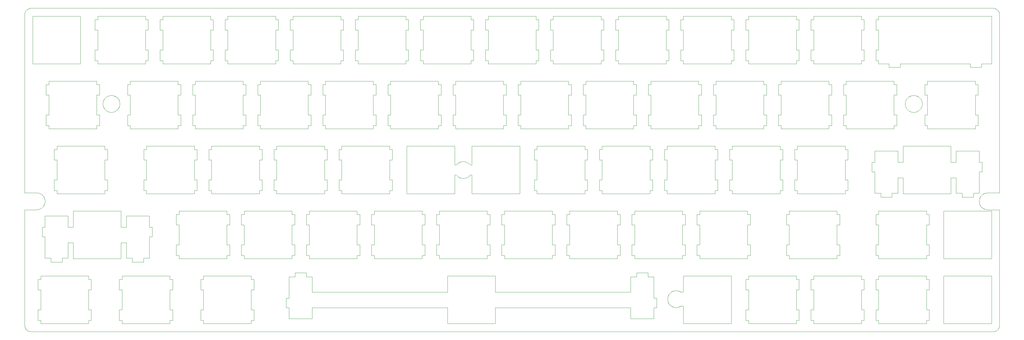
<source format=gm1>
%TF.GenerationSoftware,KiCad,Pcbnew,4.0.6*%
%TF.CreationDate,2017-11-04T14:05:25-07:00*%
%TF.ProjectId,Titan,546974616E2E6B696361645F70636200,rev?*%
%TF.FileFunction,Profile,NP*%
%FSLAX46Y46*%
G04 Gerber Fmt 4.6, Leading zero omitted, Abs format (unit mm)*
G04 Created by KiCad (PCBNEW 4.0.6) date 11/04/17 14:05:25*
%MOMM*%
%LPD*%
G01*
G04 APERTURE LIST*
%ADD10C,0.100000*%
G04 APERTURE END LIST*
D10*
X254635000Y-111125000D02*
X255435000Y-111125000D01*
X254635000Y-108024400D02*
X254635000Y-107023900D01*
X254635000Y-107023900D02*
X240635000Y-107023900D01*
X259685000Y-107023900D02*
X259685000Y-108024400D01*
X255435000Y-108024400D02*
X254635000Y-108024400D01*
X240635000Y-108024400D02*
X239835000Y-108024400D01*
X255435000Y-116925140D02*
X254635000Y-116925140D01*
X259685000Y-108024400D02*
X258885000Y-108024400D01*
X218662000Y-116201700D02*
X219436000Y-116324330D01*
X212904000Y-116324330D02*
X213728000Y-116324330D01*
X112904800Y-111724500D02*
X112904800Y-107255500D01*
X255435000Y-111125000D02*
X255435000Y-108024400D01*
X212904000Y-113524160D02*
X212904000Y-107255500D01*
X235585000Y-121023450D02*
X235585000Y-107023900D01*
X220209000Y-116201700D02*
X220906000Y-115847550D01*
X219436000Y-116324330D02*
X220209000Y-116201700D01*
X239835000Y-111125000D02*
X240635000Y-111125000D01*
X254635000Y-121023450D02*
X254635000Y-120024370D01*
X254635000Y-120024370D02*
X255435000Y-120024370D01*
X240635000Y-121023450D02*
X254635000Y-121023450D01*
X258885000Y-108024400D02*
X258885000Y-111125000D01*
X258885000Y-111125000D02*
X259685000Y-111125000D01*
X152529000Y-107023900D02*
X152529000Y-111724500D01*
X112904800Y-107255500D02*
X111179700Y-107255500D01*
X206154000Y-111724500D02*
X166530000Y-111724500D01*
X213728000Y-116324330D02*
X213728000Y-113524160D01*
X207879000Y-107255500D02*
X206154000Y-107255500D01*
X211180000Y-106053800D02*
X207879000Y-106053800D01*
X111179700Y-106053800D02*
X107879100Y-106053800D01*
X152529000Y-111724500D02*
X112904800Y-111724500D01*
X111179700Y-107255500D02*
X111179700Y-106053800D01*
X166530000Y-111724500D02*
X166530000Y-107023900D01*
X218662000Y-111447500D02*
X217965000Y-111803000D01*
X217059000Y-113052900D02*
X216936000Y-113824580D01*
X216936000Y-113824580D02*
X217059000Y-114597660D01*
X217412000Y-115293550D02*
X217965000Y-115847550D01*
X220906000Y-111803000D02*
X220209000Y-111447500D01*
X212904000Y-119554470D02*
X212904000Y-116324330D01*
X206154000Y-119554470D02*
X212904000Y-119554470D01*
X240635000Y-107023900D02*
X240635000Y-108024400D01*
X219436000Y-111324800D02*
X218662000Y-111447500D01*
X166530000Y-107023900D02*
X152529000Y-107023900D01*
X207879000Y-106053800D02*
X207879000Y-107255500D01*
X217965000Y-115847550D02*
X218662000Y-116201700D01*
X221584000Y-121023450D02*
X235585000Y-121023450D01*
X239835000Y-116925140D02*
X239835000Y-120024370D01*
X211180000Y-107255500D02*
X211180000Y-106053800D01*
X206154000Y-107255500D02*
X206154000Y-111724500D01*
X212904000Y-107255500D02*
X211180000Y-107255500D01*
X217059000Y-114597660D02*
X217412000Y-115293550D01*
X240635000Y-116925140D02*
X239835000Y-116925140D01*
X240635000Y-120024370D02*
X240635000Y-121023450D01*
X213728000Y-113524160D02*
X212904000Y-113524160D01*
X255435000Y-120024370D02*
X255435000Y-116925140D01*
X254635000Y-116925140D02*
X254635000Y-111125000D01*
X217965000Y-111803000D02*
X217412000Y-112355600D01*
X235585000Y-107023900D02*
X221584000Y-107023900D01*
X239835000Y-108024400D02*
X239835000Y-111125000D01*
X220209000Y-111447500D02*
X219436000Y-111324800D01*
X206154000Y-116324330D02*
X206154000Y-119554470D01*
X217412000Y-112355600D02*
X217059000Y-113052900D01*
X240635000Y-111125000D02*
X240635000Y-116925140D01*
X239835000Y-120024370D02*
X240635000Y-120024370D01*
X297784000Y-107023900D02*
X311785000Y-107023900D01*
X258885000Y-120024370D02*
X259685000Y-120024370D01*
X292735000Y-111125000D02*
X293534000Y-111125000D01*
X277935000Y-111125000D02*
X278734000Y-111125000D01*
X293534000Y-111125000D02*
X293534000Y-108024400D01*
X292735000Y-120024370D02*
X293534000Y-120024370D01*
X33890940Y-95473200D02*
X34716370Y-95473200D01*
X273685000Y-116925140D02*
X273685000Y-111125000D01*
X34716370Y-95473200D02*
X34716370Y-101743300D01*
X41466000Y-97274300D02*
X42990100Y-97274300D01*
X258885000Y-116925140D02*
X258885000Y-120024370D01*
X293534000Y-120024370D02*
X293534000Y-116925140D01*
X42990100Y-97274300D02*
X42990100Y-101973400D01*
X42990100Y-101973400D02*
X56989600Y-101973400D01*
X58516400Y-97274300D02*
X58516400Y-101743300D01*
X58516400Y-101743300D02*
X60240400Y-101743300D01*
X278734000Y-116925140D02*
X277935000Y-116925140D01*
X60240400Y-101743300D02*
X60240400Y-102943600D01*
X60240400Y-102943600D02*
X63540800Y-102943600D01*
X292735000Y-121023450D02*
X292735000Y-120024370D01*
X274484000Y-120024370D02*
X274484000Y-116925140D01*
X42990100Y-87974000D02*
X42990100Y-92674500D01*
X278734000Y-107023900D02*
X278734000Y-108024400D01*
X42990100Y-92674500D02*
X41466000Y-92674500D01*
X274484000Y-108024400D02*
X273685000Y-108024400D01*
X278734000Y-121023450D02*
X292735000Y-121023450D01*
X39740700Y-102943600D02*
X39740700Y-101743300D01*
X56989600Y-97274300D02*
X58516400Y-97274300D01*
X273685000Y-120024370D02*
X274484000Y-120024370D01*
X41466000Y-92674500D02*
X41466000Y-89444300D01*
X34716370Y-89444300D02*
X34716370Y-92674500D01*
X278734000Y-108024400D02*
X277935000Y-108024400D01*
X293534000Y-116925140D02*
X292735000Y-116925140D01*
X36441660Y-101743300D02*
X36441660Y-102943600D01*
X41466000Y-101743300D02*
X41466000Y-97274300D01*
X273685000Y-108024400D02*
X273685000Y-107023900D01*
X311785000Y-121023450D02*
X297784000Y-121023450D01*
X41466000Y-89444300D02*
X34716370Y-89444300D01*
X34716370Y-92674500D02*
X33890940Y-92674500D01*
X273685000Y-107023900D02*
X259685000Y-107023900D01*
X33890940Y-92674500D02*
X33890940Y-95473200D01*
X259685000Y-120024370D02*
X259685000Y-121023450D01*
X274484000Y-111125000D02*
X274484000Y-108024400D01*
X292735000Y-116925140D02*
X292735000Y-111125000D01*
X36441660Y-102943600D02*
X39740700Y-102943600D01*
X292735000Y-108024400D02*
X292735000Y-107023900D01*
X292735000Y-107023900D02*
X278734000Y-107023900D01*
X274484000Y-116925140D02*
X273685000Y-116925140D01*
X273685000Y-111125000D02*
X274484000Y-111125000D01*
X293534000Y-108024400D02*
X292735000Y-108024400D01*
X311785000Y-107023900D02*
X311785000Y-121023450D01*
X34716370Y-101743300D02*
X36441660Y-101743300D01*
X39740700Y-101743300D02*
X41466000Y-101743300D01*
X277935000Y-108024400D02*
X277935000Y-111125000D01*
X56989600Y-101973400D02*
X56989600Y-97274300D01*
X273685000Y-121023450D02*
X273685000Y-120024370D01*
X259685000Y-111125000D02*
X259685000Y-116925140D01*
X259685000Y-121023450D02*
X273685000Y-121023450D01*
X277935000Y-120024370D02*
X278734000Y-120024370D01*
X278734000Y-111125000D02*
X278734000Y-116925140D01*
X259685000Y-116925140D02*
X258885000Y-116925140D01*
X297784000Y-121023450D02*
X297784000Y-107023900D01*
X277935000Y-116925140D02*
X277935000Y-120024370D01*
X278734000Y-120024370D02*
X278734000Y-121023450D01*
X92198500Y-97875100D02*
X92198500Y-100974400D01*
X73947900Y-92073600D02*
X73947900Y-97875100D01*
X87948600Y-97875100D02*
X87948600Y-92073600D01*
X92997900Y-88974400D02*
X92198500Y-88974400D01*
X92198500Y-100974400D02*
X92997900Y-100974400D01*
X63540800Y-101743300D02*
X65266000Y-101743300D01*
X92997900Y-92073600D02*
X92997900Y-97875100D01*
X73147100Y-92073600D02*
X73947900Y-92073600D01*
X92997900Y-101973400D02*
X106998600Y-101973400D01*
X88748000Y-100974400D02*
X88748000Y-97875100D01*
X106998600Y-101973400D02*
X106998600Y-100974400D01*
X73947900Y-87974000D02*
X73947900Y-88974400D01*
X73147100Y-100974400D02*
X73947900Y-100974400D01*
X107798000Y-100974400D02*
X107798000Y-97875100D01*
X107798000Y-97875100D02*
X106998600Y-97875100D01*
X58516400Y-92674500D02*
X56989600Y-92674500D01*
X106998600Y-97875100D02*
X106998600Y-92073600D01*
X73947900Y-97875100D02*
X73147100Y-97875100D01*
X73947900Y-88974400D02*
X73147100Y-88974400D01*
X107798000Y-88974400D02*
X106998600Y-88974400D01*
X65266000Y-101743300D02*
X65266000Y-95473200D01*
X73947900Y-100974400D02*
X73947900Y-101973400D01*
X92198500Y-88974400D02*
X92198500Y-92073600D01*
X107798000Y-92073600D02*
X107798000Y-88974400D01*
X112047900Y-88974400D02*
X111248500Y-88974400D01*
X56989600Y-92674500D02*
X56989600Y-87974000D01*
X111248500Y-88974400D02*
X111248500Y-92073600D01*
X73947900Y-101973400D02*
X87948600Y-101973400D01*
X111248500Y-92073600D02*
X112047900Y-92073600D01*
X112047900Y-92073600D02*
X112047900Y-97875100D01*
X87948600Y-100974400D02*
X88748000Y-100974400D01*
X112047900Y-97875100D02*
X111248500Y-97875100D01*
X63540800Y-102943600D02*
X63540800Y-101743300D01*
X111248500Y-97875100D02*
X111248500Y-100974400D01*
X56989600Y-87974000D02*
X42990100Y-87974000D01*
X111248500Y-100974400D02*
X112047900Y-100974400D01*
X112047900Y-100974400D02*
X112047900Y-101973400D01*
X112047900Y-101973400D02*
X126048600Y-101973400D01*
X126048600Y-101973400D02*
X126048600Y-100974400D01*
X65266000Y-95473200D02*
X66091500Y-95473200D01*
X65266000Y-92674500D02*
X65266000Y-89444300D01*
X66091500Y-92674500D02*
X65266000Y-92674500D01*
X73147100Y-88974400D02*
X73147100Y-92073600D01*
X87948600Y-101973400D02*
X87948600Y-100974400D01*
X92198500Y-92073600D02*
X92997900Y-92073600D01*
X88748000Y-92073600D02*
X88748000Y-88974400D01*
X92997900Y-100974400D02*
X92997900Y-101973400D01*
X66091500Y-95473200D02*
X66091500Y-92674500D01*
X87948600Y-92073600D02*
X88748000Y-92073600D01*
X106998600Y-92073600D02*
X107798000Y-92073600D01*
X106998600Y-88974400D02*
X106998600Y-87974000D01*
X87948600Y-88974400D02*
X87948600Y-87974000D01*
X73147100Y-97875100D02*
X73147100Y-100974400D01*
X106998600Y-87974000D02*
X92997900Y-87974000D01*
X112047900Y-87974000D02*
X112047900Y-88974400D01*
X106998600Y-100974400D02*
X107798000Y-100974400D01*
X88748000Y-97875100D02*
X87948600Y-97875100D01*
X87948600Y-87974000D02*
X73947900Y-87974000D01*
X88748000Y-88974400D02*
X87948600Y-88974400D01*
X58516400Y-89444300D02*
X58516400Y-92674500D01*
X92997900Y-87974000D02*
X92997900Y-88974400D01*
X92997900Y-97875100D02*
X92198500Y-97875100D01*
X65266000Y-89444300D02*
X58516400Y-89444300D01*
X183197000Y-88974400D02*
X183197000Y-87974000D01*
X183197000Y-87974000D02*
X169198000Y-87974000D01*
X207298000Y-101973400D02*
X221299000Y-101973400D01*
X202249000Y-100974400D02*
X203048000Y-100974400D01*
X188248000Y-97875100D02*
X187447000Y-97875100D01*
X203048000Y-88974400D02*
X202249000Y-88974400D01*
X207298000Y-87974000D02*
X207298000Y-88974400D01*
X221299000Y-100974400D02*
X222098000Y-100974400D01*
X222098000Y-100974400D02*
X222098000Y-97875100D01*
X222098000Y-88974400D02*
X221299000Y-88974400D01*
X188248000Y-87974000D02*
X188248000Y-88974400D01*
X221299000Y-88974400D02*
X221299000Y-87974000D01*
X226348000Y-88974400D02*
X225549000Y-88974400D01*
X226348000Y-92073600D02*
X226348000Y-97875100D01*
X202249000Y-92073600D02*
X203048000Y-92073600D01*
X187447000Y-97875100D02*
X187447000Y-100974400D01*
X203048000Y-92073600D02*
X203048000Y-88974400D01*
X202249000Y-88974400D02*
X202249000Y-87974000D01*
X202249000Y-97875100D02*
X202249000Y-92073600D01*
X203048000Y-100974400D02*
X203048000Y-97875100D01*
X183998000Y-88974400D02*
X183197000Y-88974400D01*
X207298000Y-92073600D02*
X207298000Y-97875100D01*
X206499000Y-100974400D02*
X207298000Y-100974400D01*
X225549000Y-97875100D02*
X225549000Y-100974400D01*
X203048000Y-97875100D02*
X202249000Y-97875100D01*
X207298000Y-97875100D02*
X206499000Y-97875100D01*
X226348000Y-101973400D02*
X240347000Y-101973400D01*
X240347000Y-100974400D02*
X241148000Y-100974400D01*
X241148000Y-100974400D02*
X241148000Y-97875100D01*
X241148000Y-97875100D02*
X240347000Y-97875100D01*
X240347000Y-97875100D02*
X240347000Y-92073600D01*
X202249000Y-87974000D02*
X188248000Y-87974000D01*
X221299000Y-87974000D02*
X207298000Y-87974000D01*
X183197000Y-92073600D02*
X183998000Y-92073600D01*
X206499000Y-97875100D02*
X206499000Y-100974400D01*
X222098000Y-97875100D02*
X221299000Y-97875100D01*
X207298000Y-100974400D02*
X207298000Y-101973400D01*
X202249000Y-101973400D02*
X202249000Y-100974400D01*
X188248000Y-100974400D02*
X188248000Y-101973400D01*
X188248000Y-92073600D02*
X188248000Y-97875100D01*
X207298000Y-88974400D02*
X206499000Y-88974400D01*
X206499000Y-92073600D02*
X207298000Y-92073600D01*
X221299000Y-101973400D02*
X221299000Y-100974400D01*
X221299000Y-97875100D02*
X221299000Y-92073600D01*
X226348000Y-97875100D02*
X225549000Y-97875100D01*
X221299000Y-92073600D02*
X222098000Y-92073600D01*
X226348000Y-100974400D02*
X226348000Y-101973400D01*
X240347000Y-101973400D02*
X240347000Y-100974400D01*
X241148000Y-88974400D02*
X240347000Y-88974400D01*
X188248000Y-88974400D02*
X187447000Y-88974400D01*
X206499000Y-88974400D02*
X206499000Y-92073600D01*
X183998000Y-92073600D02*
X183998000Y-88974400D01*
X188248000Y-101973400D02*
X202249000Y-101973400D01*
X222098000Y-92073600D02*
X222098000Y-88974400D01*
X187447000Y-88974400D02*
X187447000Y-92073600D01*
X225549000Y-100974400D02*
X226348000Y-100974400D01*
X183197000Y-97875100D02*
X183197000Y-92073600D01*
X226348000Y-87974000D02*
X226348000Y-88974400D01*
X240347000Y-92073600D02*
X241148000Y-92073600D01*
X187447000Y-92073600D02*
X188248000Y-92073600D01*
X187447000Y-100974400D02*
X188248000Y-100974400D01*
X225549000Y-88974400D02*
X225549000Y-92073600D01*
X241148000Y-92073600D02*
X241148000Y-88974400D01*
X225549000Y-92073600D02*
X226348000Y-92073600D01*
X149347000Y-97875100D02*
X149347000Y-100974400D01*
X149347000Y-100974400D02*
X150148000Y-100974400D01*
X150148000Y-87974000D02*
X150148000Y-88974400D01*
X149347000Y-92073600D02*
X150148000Y-92073600D01*
X145097000Y-87974000D02*
X131098000Y-87974000D01*
X168399000Y-100974400D02*
X169198000Y-100974400D01*
X131098000Y-97875100D02*
X130299000Y-97875100D01*
X126048600Y-100974400D02*
X126848000Y-100974400D01*
X130299000Y-100974400D02*
X131098000Y-100974400D01*
X145097000Y-88974400D02*
X145097000Y-87974000D01*
X164149000Y-101973400D02*
X164149000Y-100974400D01*
X168399000Y-92073600D02*
X169198000Y-92073600D01*
X169198000Y-100974400D02*
X169198000Y-101973400D01*
X131098000Y-88974400D02*
X130299000Y-88974400D01*
X126848000Y-97875100D02*
X126048600Y-97875100D01*
X126848000Y-92073600D02*
X126848000Y-88974400D01*
X145898000Y-88974400D02*
X145097000Y-88974400D01*
X164948000Y-100974400D02*
X164948000Y-97875100D01*
X164149000Y-100974400D02*
X164948000Y-100974400D01*
X126848000Y-100974400D02*
X126848000Y-97875100D01*
X164948000Y-92073600D02*
X164948000Y-88974400D01*
X169198000Y-92073600D02*
X169198000Y-97875100D01*
X126048600Y-97875100D02*
X126048600Y-92073600D01*
X169198000Y-97875100D02*
X168399000Y-97875100D01*
X183197000Y-101973400D02*
X183197000Y-100974400D01*
X130299000Y-92073600D02*
X131098000Y-92073600D01*
X150148000Y-88974400D02*
X149347000Y-88974400D01*
X164149000Y-87974000D02*
X150148000Y-87974000D01*
X168399000Y-88974400D02*
X168399000Y-92073600D01*
X126848000Y-88974400D02*
X126048600Y-88974400D01*
X169198000Y-101973400D02*
X183197000Y-101973400D01*
X183197000Y-100974400D02*
X183998000Y-100974400D01*
X126048600Y-92073600D02*
X126848000Y-92073600D01*
X145097000Y-97875100D02*
X145097000Y-92073600D01*
X183998000Y-97875100D02*
X183197000Y-97875100D01*
X131098000Y-101973400D02*
X145097000Y-101973400D01*
X150148000Y-92073600D02*
X150148000Y-97875100D01*
X164149000Y-88974400D02*
X164149000Y-87974000D01*
X164149000Y-97875100D02*
X164149000Y-92073600D01*
X183998000Y-100974400D02*
X183998000Y-97875100D01*
X126048600Y-88974400D02*
X126048600Y-87974000D01*
X131098000Y-100974400D02*
X131098000Y-101973400D01*
X130299000Y-88974400D02*
X130299000Y-92073600D01*
X150148000Y-97875100D02*
X149347000Y-97875100D01*
X145097000Y-101973400D02*
X145097000Y-100974400D01*
X126048600Y-87974000D02*
X112047900Y-87974000D01*
X145097000Y-100974400D02*
X145898000Y-100974400D01*
X131098000Y-87974000D02*
X131098000Y-88974400D01*
X145097000Y-92073600D02*
X145898000Y-92073600D01*
X149347000Y-88974400D02*
X149347000Y-92073600D01*
X150148000Y-101973400D02*
X164149000Y-101973400D01*
X164948000Y-97875100D02*
X164149000Y-97875100D01*
X145898000Y-100974400D02*
X145898000Y-97875100D01*
X131098000Y-92073600D02*
X131098000Y-97875100D01*
X164149000Y-92073600D02*
X164948000Y-92073600D01*
X169198000Y-87974000D02*
X169198000Y-88974400D01*
X169198000Y-88974400D02*
X168399000Y-88974400D01*
X145898000Y-92073600D02*
X145898000Y-88974400D01*
X130299000Y-97875100D02*
X130299000Y-100974400D01*
X168399000Y-97875100D02*
X168399000Y-100974400D01*
X150148000Y-100974400D02*
X150148000Y-101973400D01*
X164948000Y-88974400D02*
X164149000Y-88974400D01*
X145898000Y-97875100D02*
X145097000Y-97875100D01*
X250160000Y-62874200D02*
X250160000Y-63873600D01*
X264160000Y-59773600D02*
X264160000Y-53973600D01*
X249360000Y-53973600D02*
X250160000Y-53973600D01*
X264959000Y-53973600D02*
X264959000Y-50874500D01*
X245110000Y-53973600D02*
X245910000Y-53973600D01*
X250160000Y-49874000D02*
X250160000Y-50874500D01*
X264959000Y-50874500D02*
X264160000Y-50874500D01*
X264160000Y-50874500D02*
X264160000Y-49874000D01*
X268410000Y-62874200D02*
X269209000Y-62874200D01*
X269209000Y-63873600D02*
X283210000Y-63873600D01*
X284009000Y-62874200D02*
X284009000Y-59773600D01*
X269209000Y-49874000D02*
X269209000Y-50874500D01*
X269209000Y-50874500D02*
X268410000Y-50874500D01*
X283210000Y-53973600D02*
X284009000Y-53973600D01*
X245110000Y-59773600D02*
X245110000Y-53973600D01*
X245910000Y-53973600D02*
X245910000Y-50874500D01*
X250160000Y-63873600D02*
X264160000Y-63873600D01*
X284009000Y-53973600D02*
X284009000Y-50874500D01*
X264959000Y-62874200D02*
X264959000Y-59773600D01*
X264160000Y-49874000D02*
X250160000Y-49874000D01*
X249360000Y-62874200D02*
X250160000Y-62874200D01*
X250160000Y-50874500D02*
X249360000Y-50874500D01*
X245110000Y-49874000D02*
X231109000Y-49874000D01*
X268410000Y-53973600D02*
X269209000Y-53973600D01*
X283210000Y-63873600D02*
X283210000Y-62874200D01*
X245910000Y-59773600D02*
X245110000Y-59773600D01*
X264160000Y-62874200D02*
X264959000Y-62874200D01*
X268410000Y-50874500D02*
X268410000Y-53973600D01*
X283210000Y-59773600D02*
X283210000Y-53973600D01*
X283210000Y-50874500D02*
X283210000Y-49874000D01*
X293023000Y-49874000D02*
X293023000Y-50874500D01*
X245910000Y-62874200D02*
X245910000Y-59773600D01*
X245110000Y-50874500D02*
X245110000Y-49874000D01*
X264160000Y-63873600D02*
X264160000Y-62874200D01*
X250160000Y-53973600D02*
X250160000Y-59773600D01*
X284009000Y-59773600D02*
X283210000Y-59773600D01*
X283210000Y-49874000D02*
X269209000Y-49874000D01*
X245110000Y-62874200D02*
X245910000Y-62874200D01*
X293023000Y-50874500D02*
X292222000Y-50874500D01*
X292222000Y-50874500D02*
X292222000Y-53973600D01*
X292222000Y-53973600D02*
X293023000Y-53973600D01*
X293023000Y-53973600D02*
X293023000Y-59773600D01*
X245910000Y-50874500D02*
X245110000Y-50874500D01*
X283210000Y-62874200D02*
X284009000Y-62874200D01*
X293023000Y-59773600D02*
X292222000Y-59773600D01*
X269209000Y-53973600D02*
X269209000Y-59773600D01*
X269209000Y-59773600D02*
X268410000Y-59773600D01*
X249360000Y-50874500D02*
X249360000Y-53973600D01*
X284009000Y-50874500D02*
X283210000Y-50874500D01*
X292222000Y-59773600D02*
X292222000Y-62874200D01*
X293023000Y-62874200D02*
X293023000Y-63873600D01*
X293023000Y-63873600D02*
X307022000Y-63873600D01*
X292222000Y-62874200D02*
X293023000Y-62874200D01*
X269209000Y-62874200D02*
X269209000Y-63873600D01*
X264959000Y-59773600D02*
X264160000Y-59773600D01*
X307022000Y-63873600D02*
X307022000Y-62874200D01*
X268410000Y-59773600D02*
X268410000Y-62874200D01*
X307022000Y-62874200D02*
X307823000Y-62874200D01*
X250160000Y-59773600D02*
X249360000Y-59773600D01*
X231109000Y-63873600D02*
X245110000Y-63873600D01*
X245110000Y-63873600D02*
X245110000Y-62874200D01*
X307823000Y-62874200D02*
X307823000Y-59773600D01*
X249360000Y-59773600D02*
X249360000Y-62874200D01*
X264160000Y-53973600D02*
X264959000Y-53973600D01*
X56512800Y-55751300D02*
X56155900Y-55055200D01*
X286607000Y-57297500D02*
X286962000Y-57993500D01*
X278734000Y-31824500D02*
X277935000Y-31824500D01*
X278734000Y-40723600D02*
X277935000Y-40723600D01*
X277935000Y-40723600D02*
X277935000Y-43824200D01*
X281709000Y-44823600D02*
X281709000Y-45793800D01*
X281709000Y-45793800D02*
X285010000Y-45793800D01*
X285010000Y-44823600D02*
X305509000Y-44823600D01*
X51758600Y-55751300D02*
X51635900Y-56525600D01*
X307022000Y-53973600D02*
X307823000Y-53973600D01*
X286485000Y-56525600D02*
X286607000Y-57297500D01*
X290454000Y-54501400D02*
X289757000Y-54147200D01*
X56512800Y-57297500D02*
X56635400Y-56525600D01*
X307823000Y-59773600D02*
X307022000Y-59773600D01*
X287515000Y-54501400D02*
X286962000Y-55055200D01*
X286962000Y-57993500D02*
X287515000Y-58547400D01*
X290454000Y-58547400D02*
X291007000Y-57993500D01*
X286962000Y-55055200D02*
X286607000Y-55751300D01*
X291362000Y-57297500D02*
X291485000Y-56525600D01*
X277935000Y-43824200D02*
X278734000Y-43824200D01*
X287515000Y-58547400D02*
X288212000Y-58901600D01*
X52666700Y-54501400D02*
X52112700Y-55055200D01*
X56155900Y-55055200D02*
X55604700Y-54501400D01*
X285010000Y-45793800D02*
X285010000Y-44823600D01*
X54135700Y-54024800D02*
X53362600Y-54147200D01*
X291362000Y-55751300D02*
X291007000Y-55055200D01*
X291007000Y-55055200D02*
X290454000Y-54501400D01*
X305509000Y-44823600D02*
X305509000Y-45793800D01*
X307823000Y-50874500D02*
X307022000Y-50874500D01*
X288985000Y-54024800D02*
X288212000Y-54147200D01*
X277935000Y-34923600D02*
X278734000Y-34923600D01*
X278734000Y-44823600D02*
X281709000Y-44823600D01*
X278734000Y-43824200D02*
X278734000Y-44823600D01*
X289757000Y-54147200D02*
X288985000Y-54024800D01*
X51758600Y-57297500D02*
X52112700Y-57993500D01*
X52666700Y-58547400D02*
X53362600Y-58901600D01*
X288985000Y-59025400D02*
X289757000Y-58901600D01*
X307823000Y-53973600D02*
X307823000Y-50874500D01*
X277935000Y-31824500D02*
X277935000Y-34923600D01*
X305509000Y-45793800D02*
X308810000Y-45793800D01*
X308810000Y-45793800D02*
X308810000Y-44823600D01*
X278734000Y-30824000D02*
X278734000Y-31824500D01*
X307022000Y-50874500D02*
X307022000Y-49874000D01*
X291485000Y-56525600D02*
X291362000Y-55751300D01*
X307022000Y-59773600D02*
X307022000Y-53973600D01*
X55604700Y-54501400D02*
X54908800Y-54147200D01*
X56155900Y-57993500D02*
X56512800Y-57297500D01*
X56635400Y-56525600D02*
X56512800Y-55751300D01*
X278734000Y-34923600D02*
X278734000Y-40723600D01*
X52112700Y-55055200D02*
X51758600Y-55751300D01*
X54908800Y-54147200D02*
X54135700Y-54024800D01*
X289757000Y-58901600D02*
X290454000Y-58547400D01*
X288212000Y-58901600D02*
X288985000Y-59025400D01*
X53362600Y-54147200D02*
X52666700Y-54501400D01*
X52112700Y-57993500D02*
X52666700Y-58547400D01*
X54135700Y-59025400D02*
X54908800Y-58901600D01*
X54908800Y-58901600D02*
X55604700Y-58547400D01*
X307022000Y-49874000D02*
X293023000Y-49874000D01*
X288212000Y-54147200D02*
X287515000Y-54501400D01*
X286607000Y-55751300D02*
X286485000Y-56525600D01*
X51635900Y-56525600D02*
X51758600Y-57297500D01*
X291007000Y-57993500D02*
X291362000Y-57297500D01*
X53362600Y-58901600D02*
X54135700Y-59025400D01*
X55604700Y-58547400D02*
X56155900Y-57993500D01*
X64134700Y-43824200D02*
X64935500Y-43824200D01*
X87434600Y-40723600D02*
X87434600Y-43824200D01*
X88234000Y-43824200D02*
X88234000Y-44823600D01*
X50135200Y-44823600D02*
X64134700Y-44823600D01*
X69185400Y-30824000D02*
X69185400Y-31824500D01*
X308810000Y-44823600D02*
X311785000Y-44823600D01*
X69185400Y-44823600D02*
X83184700Y-44823600D01*
X83184700Y-43824200D02*
X83984100Y-43824200D01*
X50135200Y-40723600D02*
X49334600Y-40723600D01*
X31085240Y-44823600D02*
X31085240Y-30824000D01*
X64935500Y-40723600D02*
X64134700Y-40723600D01*
X49334600Y-40723600D02*
X49334600Y-43824200D01*
X64134700Y-44823600D02*
X64134700Y-43824200D01*
X83184700Y-44823600D02*
X83184700Y-43824200D01*
X83184700Y-34923600D02*
X83984100Y-34923600D01*
X87434600Y-34923600D02*
X88234000Y-34923600D01*
X88234000Y-40723600D02*
X87434600Y-40723600D01*
X102234700Y-44823600D02*
X102234700Y-43824200D01*
X103035500Y-43824200D02*
X103035500Y-40723600D01*
X64935500Y-34923600D02*
X64935500Y-31824500D01*
X103035500Y-40723600D02*
X102234700Y-40723600D01*
X64134700Y-30824000D02*
X50135200Y-30824000D01*
X83184700Y-40723600D02*
X83184700Y-34923600D01*
X102234700Y-40723600D02*
X102234700Y-34923600D01*
X88234000Y-44823600D02*
X102234700Y-44823600D01*
X102234700Y-34923600D02*
X103035500Y-34923600D01*
X68384600Y-31824500D02*
X68384600Y-34923600D01*
X69185400Y-34923600D02*
X69185400Y-40723600D01*
X83184700Y-30824000D02*
X69185400Y-30824000D01*
X49334600Y-34923600D02*
X50135200Y-34923600D01*
X64134700Y-31824500D02*
X64134700Y-30824000D01*
X68384600Y-34923600D02*
X69185400Y-34923600D01*
X88234000Y-30824000D02*
X88234000Y-31824500D01*
X88234000Y-34923600D02*
X88234000Y-40723600D01*
X311785000Y-44823600D02*
X311785000Y-30824000D01*
X102234700Y-43824200D02*
X103035500Y-43824200D01*
X103035500Y-34923600D02*
X103035500Y-31824500D01*
X31085240Y-30824000D02*
X45084700Y-30824000D01*
X68384600Y-43824200D02*
X69185400Y-43824200D01*
X64134700Y-34923600D02*
X64935500Y-34923600D01*
X83184700Y-31824500D02*
X83184700Y-30824000D01*
X45084700Y-44823600D02*
X31085240Y-44823600D01*
X50135200Y-43824200D02*
X50135200Y-44823600D01*
X49334600Y-31824500D02*
X49334600Y-34923600D01*
X49334600Y-43824200D02*
X50135200Y-43824200D01*
X83984100Y-40723600D02*
X83184700Y-40723600D01*
X88234000Y-31824500D02*
X87434600Y-31824500D01*
X69185400Y-31824500D02*
X68384600Y-31824500D01*
X69185400Y-43824200D02*
X69185400Y-44823600D01*
X69185400Y-40723600D02*
X68384600Y-40723600D01*
X87434600Y-31824500D02*
X87434600Y-34923600D01*
X64134700Y-40723600D02*
X64134700Y-34923600D01*
X87434600Y-43824200D02*
X88234000Y-43824200D01*
X50135200Y-31824500D02*
X49334600Y-31824500D01*
X64935500Y-31824500D02*
X64134700Y-31824500D01*
X45084700Y-30824000D02*
X45084700Y-44823600D01*
X311785000Y-30824000D02*
X278734000Y-30824000D01*
X50135200Y-30824000D02*
X50135200Y-31824500D01*
X68384600Y-40723600D02*
X68384600Y-43824200D01*
X64935500Y-43824200D02*
X64935500Y-40723600D01*
X83984100Y-43824200D02*
X83984100Y-40723600D01*
X83984100Y-31824500D02*
X83184700Y-31824500D01*
X83984100Y-34923600D02*
X83984100Y-31824500D01*
X50135200Y-34923600D02*
X50135200Y-40723600D01*
X141135000Y-34923600D02*
X141135000Y-31824500D01*
X107285400Y-31824500D02*
X106484600Y-31824500D01*
X126335400Y-44823600D02*
X140335000Y-44823600D01*
X145385000Y-30824000D02*
X145385000Y-31824500D01*
X159385000Y-40723600D02*
X159385000Y-34923600D01*
X159385000Y-44823600D02*
X159385000Y-43824200D01*
X159385000Y-34923600D02*
X160185000Y-34923600D01*
X122085500Y-43824200D02*
X122085500Y-40723600D01*
X145385000Y-31824500D02*
X144585000Y-31824500D01*
X160185000Y-31824500D02*
X159385000Y-31824500D01*
X140335000Y-30824000D02*
X126335400Y-30824000D01*
X159385000Y-31824500D02*
X159385000Y-30824000D01*
X121284700Y-31824500D02*
X121284700Y-30824000D01*
X126335400Y-40723600D02*
X125534600Y-40723600D01*
X121284700Y-44823600D02*
X121284700Y-43824200D01*
X160185000Y-34923600D02*
X160185000Y-31824500D01*
X122085500Y-34923600D02*
X122085500Y-31824500D01*
X159385000Y-30824000D02*
X145385000Y-30824000D01*
X106484600Y-34923600D02*
X107285400Y-34923600D01*
X103035500Y-31824500D02*
X102234700Y-31824500D01*
X107285400Y-40723600D02*
X106484600Y-40723600D01*
X126335400Y-34923600D02*
X126335400Y-40723600D01*
X144585000Y-34923600D02*
X145385000Y-34923600D01*
X145385000Y-34923600D02*
X145385000Y-40723600D01*
X159385000Y-43824200D02*
X160185000Y-43824200D01*
X125534600Y-40723600D02*
X125534600Y-43824200D01*
X140335000Y-43824200D02*
X141135000Y-43824200D01*
X122085500Y-31824500D02*
X121284700Y-31824500D01*
X121284700Y-43824200D02*
X122085500Y-43824200D01*
X126335400Y-30824000D02*
X126335400Y-31824500D01*
X107285400Y-30824000D02*
X107285400Y-31824500D01*
X121284700Y-40723600D02*
X121284700Y-34923600D01*
X121284700Y-30824000D02*
X107285400Y-30824000D01*
X125534600Y-34923600D02*
X126335400Y-34923600D01*
X140335000Y-44823600D02*
X140335000Y-43824200D01*
X141135000Y-40723600D02*
X140335000Y-40723600D01*
X144585000Y-31824500D02*
X144585000Y-34923600D01*
X144585000Y-40723600D02*
X144585000Y-43824200D01*
X145385000Y-44823600D02*
X159385000Y-44823600D01*
X121284700Y-34923600D02*
X122085500Y-34923600D01*
X126335400Y-31824500D02*
X125534600Y-31824500D01*
X102234700Y-30824000D02*
X88234000Y-30824000D01*
X106484600Y-40723600D02*
X106484600Y-43824200D01*
X125534600Y-31824500D02*
X125534600Y-34923600D01*
X107285400Y-43824200D02*
X107285400Y-44823600D01*
X125534600Y-43824200D02*
X126335400Y-43824200D01*
X107285400Y-34923600D02*
X107285400Y-40723600D01*
X106484600Y-43824200D02*
X107285400Y-43824200D01*
X126335400Y-43824200D02*
X126335400Y-44823600D01*
X141135000Y-43824200D02*
X141135000Y-40723600D01*
X107285400Y-44823600D02*
X121284700Y-44823600D01*
X140335000Y-34923600D02*
X141135000Y-34923600D01*
X140335000Y-31824500D02*
X140335000Y-30824000D01*
X145385000Y-43824200D02*
X145385000Y-44823600D01*
X145385000Y-40723600D02*
X144585000Y-40723600D01*
X160185000Y-43824200D02*
X160185000Y-40723600D01*
X160185000Y-40723600D02*
X159385000Y-40723600D01*
X141135000Y-31824500D02*
X140335000Y-31824500D01*
X102234700Y-31824500D02*
X102234700Y-30824000D01*
X144585000Y-43824200D02*
X145385000Y-43824200D01*
X140335000Y-40723600D02*
X140335000Y-34923600D01*
X106484600Y-31824500D02*
X106484600Y-34923600D01*
X122085500Y-40723600D02*
X121284700Y-40723600D01*
X313422000Y-28941600D02*
X313538000Y-29046300D01*
X312279000Y-28467400D02*
X312435000Y-28485400D01*
X314118000Y-121544340D02*
X314099000Y-121700060D01*
X313743000Y-122562714D02*
X313644000Y-122686736D01*
X313644000Y-29163500D02*
X313743000Y-29286200D01*
X313538000Y-29046300D02*
X313644000Y-29163500D01*
X314123000Y-82624500D02*
X310622000Y-82624500D01*
X309153000Y-83101100D02*
X308600000Y-83655300D01*
X308246000Y-85897200D02*
X308600000Y-86594600D01*
X308600000Y-86594600D02*
X309153000Y-87148500D01*
X310622000Y-82624500D02*
X309849000Y-82747200D01*
X309153000Y-87148500D02*
X309849000Y-87502700D01*
X309849000Y-87502700D02*
X310622000Y-87625400D01*
X314026000Y-122005990D02*
X313970000Y-122153440D01*
X313828000Y-122431800D02*
X313743000Y-122562714D01*
X313970000Y-122153440D02*
X313906000Y-122295370D01*
X313422000Y-122907222D02*
X313298000Y-123006441D01*
X313167000Y-123093260D02*
X313030000Y-123170429D01*
X312742000Y-28558400D02*
X312889000Y-28613500D01*
X313030000Y-123170429D02*
X312889000Y-123235197D01*
X313906000Y-29553300D02*
X313970000Y-29695400D01*
X313298000Y-28842400D02*
X313422000Y-28941600D01*
X313970000Y-29695400D02*
X314026000Y-29842900D01*
X309849000Y-82747200D02*
X309153000Y-83101100D01*
X313538000Y-122802493D02*
X313422000Y-122907222D01*
X312742000Y-123290318D02*
X312589000Y-123333038D01*
X312589000Y-123333038D02*
X312435000Y-123363355D01*
X308246000Y-84352400D02*
X308123000Y-85124200D01*
X310622000Y-87625400D02*
X314123000Y-87625400D01*
X314067000Y-121854400D02*
X314026000Y-122005990D01*
X314067000Y-29994200D02*
X314099000Y-30148800D01*
X313906000Y-122295370D02*
X313828000Y-122431800D01*
X313298000Y-123006441D02*
X313167000Y-123093260D01*
X314099000Y-30148800D02*
X314118000Y-30304300D01*
X308123000Y-85124200D02*
X308246000Y-85897200D01*
X312889000Y-123235197D02*
X312742000Y-123290318D01*
X313030000Y-28678400D02*
X313167000Y-28755600D01*
X312435000Y-123363355D02*
X312279000Y-123381269D01*
X312124000Y-123386781D02*
X30747620Y-123389537D01*
X312279000Y-123381269D02*
X312124000Y-123386781D01*
X314099000Y-121700060D02*
X314067000Y-121854400D01*
X30747620Y-123389537D02*
X30591900Y-123381269D01*
X312889000Y-28613500D02*
X313030000Y-28678400D01*
X30591900Y-123381269D02*
X30434800Y-123363355D01*
X30434800Y-123363355D02*
X30281840Y-123333038D01*
X314123000Y-30461700D02*
X314123000Y-82624500D01*
X308600000Y-83655300D02*
X308246000Y-84352400D01*
X314026000Y-29842900D02*
X314067000Y-29994200D01*
X313828000Y-29417100D02*
X313906000Y-29553300D01*
X313167000Y-28755600D02*
X313298000Y-28842400D01*
X313743000Y-29286200D02*
X313828000Y-29417100D01*
X314118000Y-30304300D02*
X314123000Y-30461700D01*
X313644000Y-122686736D02*
X313538000Y-122802493D01*
X312124000Y-28462100D02*
X312279000Y-28467400D01*
X314123000Y-87625400D02*
X314123000Y-121388630D01*
X312435000Y-28485400D02*
X312589000Y-28517200D01*
X314123000Y-121388630D02*
X314118000Y-121544340D01*
X312589000Y-28517200D02*
X312742000Y-28558400D01*
X58859600Y-59773600D02*
X58859600Y-62874200D01*
X96959600Y-53973600D02*
X97760400Y-53973600D01*
X111759700Y-59773600D02*
X111759700Y-53973600D01*
X111759700Y-53973600D02*
X112560500Y-53973600D01*
X77909600Y-53973600D02*
X78710400Y-53973600D01*
X111759700Y-63873600D02*
X111759700Y-62874200D01*
X112560500Y-50874500D02*
X111759700Y-50874500D01*
X111759700Y-50874500D02*
X111759700Y-49874000D01*
X111759700Y-49874000D02*
X97760400Y-49874000D01*
X93510500Y-59773600D02*
X92709700Y-59773600D01*
X97760400Y-62874200D02*
X97760400Y-63873600D01*
X112560500Y-62874200D02*
X112560500Y-59773600D01*
X116810400Y-49874000D02*
X116810400Y-50874500D01*
X77909600Y-50874500D02*
X77909600Y-53973600D01*
X92709700Y-50874500D02*
X92709700Y-49874000D01*
X97760400Y-63873600D02*
X111759700Y-63873600D01*
X111759700Y-62874200D02*
X112560500Y-62874200D01*
X74460500Y-50874500D02*
X73659700Y-50874500D01*
X93510500Y-53973600D02*
X93510500Y-50874500D01*
X97760400Y-49874000D02*
X97760400Y-50874500D01*
X97760400Y-50874500D02*
X96959600Y-50874500D01*
X58859600Y-62874200D02*
X59658900Y-62874200D01*
X97760400Y-59773600D02*
X96959600Y-59773600D01*
X97760400Y-53973600D02*
X97760400Y-59773600D01*
X96959600Y-59773600D02*
X96959600Y-62874200D01*
X74460500Y-59773600D02*
X73659700Y-59773600D01*
X59658900Y-59773600D02*
X58859600Y-59773600D01*
X78710400Y-62874200D02*
X78710400Y-63873600D01*
X92709700Y-59773600D02*
X92709700Y-53973600D01*
X78710400Y-59773600D02*
X77909600Y-59773600D01*
X49848600Y-49874000D02*
X35847730Y-49874000D01*
X58859600Y-53973600D02*
X59658900Y-53973600D01*
X92709700Y-53973600D02*
X93510500Y-53973600D01*
X78710400Y-50874500D02*
X77909600Y-50874500D01*
X96959600Y-50874500D02*
X96959600Y-53973600D01*
X112560500Y-59773600D02*
X111759700Y-59773600D01*
X112560500Y-53973600D02*
X112560500Y-50874500D01*
X59658900Y-50874500D02*
X58859600Y-50874500D01*
X78710400Y-53973600D02*
X78710400Y-59773600D01*
X50647900Y-50874500D02*
X49848600Y-50874500D01*
X59658900Y-53973600D02*
X59658900Y-59773600D01*
X77909600Y-62874200D02*
X78710400Y-62874200D01*
X73659700Y-62874200D02*
X74460500Y-62874200D01*
X73659700Y-49874000D02*
X59658900Y-49874000D01*
X92709700Y-62874200D02*
X93510500Y-62874200D01*
X74460500Y-62874200D02*
X74460500Y-59773600D01*
X78710400Y-63873600D02*
X92709700Y-63873600D01*
X93510500Y-62874200D02*
X93510500Y-59773600D01*
X78710400Y-49874000D02*
X78710400Y-50874500D01*
X58859600Y-50874500D02*
X58859600Y-53973600D01*
X92709700Y-49874000D02*
X78710400Y-49874000D01*
X96959600Y-62874200D02*
X97760400Y-62874200D01*
X59658900Y-49874000D02*
X59658900Y-50874500D01*
X59658900Y-63873600D02*
X73659700Y-63873600D01*
X73659700Y-63873600D02*
X73659700Y-62874200D01*
X73659700Y-53973600D02*
X74460500Y-53973600D01*
X59658900Y-62874200D02*
X59658900Y-63873600D01*
X92709700Y-63873600D02*
X92709700Y-62874200D01*
X49848600Y-50874500D02*
X49848600Y-49874000D01*
X77909600Y-59773600D02*
X77909600Y-62874200D01*
X73659700Y-50874500D02*
X73659700Y-49874000D01*
X73659700Y-59773600D02*
X73659700Y-53973600D01*
X74460500Y-53973600D02*
X74460500Y-50874500D01*
X93510500Y-50874500D02*
X92709700Y-50874500D01*
X154910000Y-49874000D02*
X154910000Y-50874500D01*
X116810400Y-59773600D02*
X116009600Y-59773600D01*
X154110000Y-50874500D02*
X154110000Y-53973600D01*
X154910000Y-53973600D02*
X154910000Y-59773600D01*
X154910000Y-59773600D02*
X154110000Y-59773600D01*
X154110000Y-53973600D02*
X154910000Y-53973600D01*
X116009600Y-59773600D02*
X116009600Y-62874200D01*
X131609000Y-53973600D02*
X131609000Y-50874500D01*
X135060000Y-59773600D02*
X135060000Y-62874200D01*
X135060000Y-53973600D02*
X135859000Y-53973600D01*
X130810000Y-63873600D02*
X130810000Y-62874200D01*
X149860000Y-53973600D02*
X150660000Y-53973600D01*
X135859000Y-63873600D02*
X149860000Y-63873600D01*
X116009600Y-53973600D02*
X116810400Y-53973600D01*
X135859000Y-50874500D02*
X135060000Y-50874500D01*
X150660000Y-62874200D02*
X150660000Y-59773600D01*
X130810000Y-49874000D02*
X116810400Y-49874000D01*
X154910000Y-50874500D02*
X154110000Y-50874500D01*
X168910000Y-63873600D02*
X168910000Y-62874200D01*
X168910000Y-62874200D02*
X169709000Y-62874200D01*
X130810000Y-59773600D02*
X130810000Y-53973600D01*
X169709000Y-62874200D02*
X169709000Y-59773600D01*
X150660000Y-53973600D02*
X150660000Y-50874500D01*
X135060000Y-50874500D02*
X135060000Y-53973600D01*
X168910000Y-50874500D02*
X168910000Y-49874000D01*
X116009600Y-50874500D02*
X116009600Y-53973600D01*
X168910000Y-49874000D02*
X154910000Y-49874000D01*
X173160000Y-53973600D02*
X173959000Y-53973600D01*
X131609000Y-62874200D02*
X131609000Y-59773600D01*
X135859000Y-59773600D02*
X135060000Y-59773600D01*
X135859000Y-62874200D02*
X135859000Y-63873600D01*
X135060000Y-62874200D02*
X135859000Y-62874200D01*
X116810400Y-53973600D02*
X116810400Y-59773600D01*
X150660000Y-50874500D02*
X149860000Y-50874500D01*
X168910000Y-59773600D02*
X168910000Y-53973600D01*
X135859000Y-53973600D02*
X135859000Y-59773600D01*
X149860000Y-59773600D02*
X149860000Y-53973600D01*
X169709000Y-59773600D02*
X168910000Y-59773600D01*
X154910000Y-63873600D02*
X168910000Y-63873600D01*
X150660000Y-59773600D02*
X149860000Y-59773600D01*
X168910000Y-53973600D02*
X169709000Y-53973600D01*
X154110000Y-62874200D02*
X154910000Y-62874200D01*
X173959000Y-50874500D02*
X173160000Y-50874500D01*
X116810400Y-62874200D02*
X116810400Y-63873600D01*
X173160000Y-50874500D02*
X173160000Y-53973600D01*
X130810000Y-62874200D02*
X131609000Y-62874200D01*
X131609000Y-59773600D02*
X130810000Y-59773600D01*
X130810000Y-53973600D02*
X131609000Y-53973600D01*
X154910000Y-62874200D02*
X154910000Y-63873600D01*
X173959000Y-49874000D02*
X173959000Y-50874500D01*
X173959000Y-53973600D02*
X173959000Y-59773600D01*
X149860000Y-50874500D02*
X149860000Y-49874000D01*
X154110000Y-59773600D02*
X154110000Y-62874200D01*
X135859000Y-49874000D02*
X135859000Y-50874500D01*
X169709000Y-53973600D02*
X169709000Y-50874500D01*
X169709000Y-50874500D02*
X168910000Y-50874500D01*
X116009600Y-62874200D02*
X116810400Y-62874200D01*
X116810400Y-63873600D02*
X130810000Y-63873600D01*
X131609000Y-50874500D02*
X130810000Y-50874500D01*
X116810400Y-50874500D02*
X116009600Y-50874500D01*
X130810000Y-50874500D02*
X130810000Y-49874000D01*
X149860000Y-49874000D02*
X135859000Y-49874000D01*
X149860000Y-62874200D02*
X150660000Y-62874200D01*
X149860000Y-63873600D02*
X149860000Y-62874200D01*
X188760000Y-62874200D02*
X188760000Y-59773600D01*
X226859000Y-62874200D02*
X226859000Y-59773600D01*
X226060000Y-49874000D02*
X212060000Y-49874000D01*
X226060000Y-53973600D02*
X226859000Y-53973600D01*
X231109000Y-49874000D02*
X231109000Y-50874500D01*
X230310000Y-50874500D02*
X230310000Y-53973600D01*
X187960000Y-49874000D02*
X173959000Y-49874000D01*
X212060000Y-49874000D02*
X212060000Y-50874500D01*
X212060000Y-59773600D02*
X211260000Y-59773600D01*
X207010000Y-63873600D02*
X207010000Y-62874200D01*
X226060000Y-59773600D02*
X226060000Y-53973600D01*
X212060000Y-53973600D02*
X212060000Y-59773600D01*
X231109000Y-50874500D02*
X230310000Y-50874500D01*
X231109000Y-59773600D02*
X230310000Y-59773600D01*
X231109000Y-53973600D02*
X231109000Y-59773600D01*
X207010000Y-53973600D02*
X207810000Y-53973600D01*
X187960000Y-62874200D02*
X188760000Y-62874200D01*
X226060000Y-62874200D02*
X226859000Y-62874200D01*
X192210000Y-59773600D02*
X192210000Y-62874200D01*
X207810000Y-53973600D02*
X207810000Y-50874500D01*
X193010000Y-62874200D02*
X193010000Y-63873600D01*
X193010000Y-50874500D02*
X192210000Y-50874500D01*
X226859000Y-59773600D02*
X226060000Y-59773600D01*
X207010000Y-50874500D02*
X207010000Y-49874000D01*
X226060000Y-50874500D02*
X226060000Y-49874000D01*
X226859000Y-53973600D02*
X226859000Y-50874500D01*
X193010000Y-63873600D02*
X207010000Y-63873600D01*
X211260000Y-59773600D02*
X211260000Y-62874200D01*
X192210000Y-50874500D02*
X192210000Y-53973600D01*
X211260000Y-62874200D02*
X212060000Y-62874200D01*
X188760000Y-53973600D02*
X188760000Y-50874500D01*
X188760000Y-59773600D02*
X187960000Y-59773600D01*
X207810000Y-59773600D02*
X207010000Y-59773600D01*
X207010000Y-49874000D02*
X193010000Y-49874000D01*
X211260000Y-50874500D02*
X211260000Y-53973600D01*
X192210000Y-62874200D02*
X193010000Y-62874200D01*
X207810000Y-62874200D02*
X207810000Y-59773600D01*
X211260000Y-53973600D02*
X212060000Y-53973600D01*
X173959000Y-62874200D02*
X173959000Y-63873600D01*
X187960000Y-59773600D02*
X187960000Y-53973600D01*
X193010000Y-53973600D02*
X193010000Y-59773600D01*
X207010000Y-62874200D02*
X207810000Y-62874200D01*
X212060000Y-62874200D02*
X212060000Y-63873600D01*
X226859000Y-50874500D02*
X226060000Y-50874500D01*
X173959000Y-63873600D02*
X187960000Y-63873600D01*
X230310000Y-53973600D02*
X231109000Y-53973600D01*
X230310000Y-59773600D02*
X230310000Y-62874200D01*
X231109000Y-62874200D02*
X231109000Y-63873600D01*
X187960000Y-53973600D02*
X188760000Y-53973600D01*
X188760000Y-50874500D02*
X187960000Y-50874500D01*
X192210000Y-53973600D02*
X193010000Y-53973600D01*
X212060000Y-50874500D02*
X211260000Y-50874500D01*
X193010000Y-49874000D02*
X193010000Y-50874500D01*
X212060000Y-63873600D02*
X226060000Y-63873600D01*
X193010000Y-59773600D02*
X192210000Y-59773600D01*
X230310000Y-62874200D02*
X231109000Y-62874200D01*
X173160000Y-59773600D02*
X173160000Y-62874200D01*
X173160000Y-62874200D02*
X173959000Y-62874200D01*
X187960000Y-63873600D02*
X187960000Y-62874200D01*
X207010000Y-59773600D02*
X207010000Y-53973600D01*
X173959000Y-59773600D02*
X173160000Y-59773600D01*
X187960000Y-50874500D02*
X187960000Y-49874000D01*
X207810000Y-50874500D02*
X207010000Y-50874500D01*
X226060000Y-63873600D02*
X226060000Y-62874200D01*
X269723000Y-78825000D02*
X268924000Y-78825000D01*
X235072000Y-81924200D02*
X235873000Y-81924200D01*
X156363000Y-78302900D02*
X157136000Y-78425700D01*
X157136000Y-78425700D02*
X157909000Y-78302900D01*
X158605000Y-73901300D02*
X157909000Y-73547100D01*
X35847730Y-49874000D02*
X35847730Y-50874500D01*
X35847730Y-50874500D02*
X35048470Y-50874500D01*
X157136000Y-73426100D02*
X156363000Y-73547100D01*
X35048470Y-53973600D02*
X35847730Y-53973600D01*
X35048470Y-62874200D02*
X35847730Y-62874200D01*
X35847730Y-62874200D02*
X35847730Y-63873600D01*
X158605000Y-77947300D02*
X159159000Y-77394900D01*
X159159000Y-74455500D02*
X158605000Y-73901300D01*
X35847730Y-63873600D02*
X49848600Y-63873600D01*
X268924000Y-81924200D02*
X269723000Y-81924200D01*
X268924000Y-82924700D02*
X268924000Y-81924200D01*
X157909000Y-78302900D02*
X158605000Y-77947300D01*
X49848600Y-62874200D02*
X50647900Y-62874200D01*
X50647900Y-62874200D02*
X50647900Y-59773600D01*
X268924000Y-78825000D02*
X268924000Y-73023600D01*
X49848600Y-59773600D02*
X49848600Y-53973600D01*
X49848600Y-53973600D02*
X50647900Y-53973600D01*
X50647900Y-53973600D02*
X50647900Y-50874500D01*
X49848600Y-63873600D02*
X49848600Y-62874200D01*
X235873000Y-81924200D02*
X235873000Y-82924700D01*
X155667000Y-77947300D02*
X156363000Y-78302900D01*
X155113000Y-77394900D02*
X155667000Y-77947300D01*
X235873000Y-82924700D02*
X249874000Y-82924700D01*
X250673000Y-69924500D02*
X249874000Y-69924500D01*
X249874000Y-68925400D02*
X235873000Y-68925400D01*
X35847730Y-53973600D02*
X35847730Y-59773600D01*
X35847730Y-59773600D02*
X35048470Y-59773600D01*
X249874000Y-78825000D02*
X249874000Y-73023600D01*
X269723000Y-69924500D02*
X268924000Y-69924500D01*
X156363000Y-73547100D02*
X155667000Y-73901300D01*
X155667000Y-73901300D02*
X155113000Y-74455500D01*
X157909000Y-73547100D02*
X157136000Y-73426100D01*
X254124000Y-78825000D02*
X254124000Y-81924200D01*
X254923000Y-82924700D02*
X268924000Y-82924700D01*
X35048470Y-50874500D02*
X35048470Y-53973600D01*
X249874000Y-69924500D02*
X249874000Y-68925400D01*
X254124000Y-69924500D02*
X254124000Y-73023600D01*
X249874000Y-82924700D02*
X249874000Y-81924200D01*
X249874000Y-81924200D02*
X250673000Y-81924200D01*
X35048470Y-59773600D02*
X35048470Y-62874200D01*
X50647900Y-59773600D02*
X49848600Y-59773600D01*
X268924000Y-73023600D02*
X269723000Y-73023600D01*
X254124000Y-81924200D02*
X254923000Y-81924200D01*
X269723000Y-73023600D02*
X269723000Y-69924500D01*
X254923000Y-69924500D02*
X254124000Y-69924500D01*
X250673000Y-81924200D02*
X250673000Y-78825000D01*
X254124000Y-73023600D02*
X254923000Y-73023600D01*
X254923000Y-81924200D02*
X254923000Y-82924700D01*
X268924000Y-69924500D02*
X268924000Y-68925400D01*
X268924000Y-68925400D02*
X254923000Y-68925400D01*
X249874000Y-73023600D02*
X250673000Y-73023600D01*
X250673000Y-73023600D02*
X250673000Y-69924500D01*
X254923000Y-68925400D02*
X254923000Y-69924500D01*
X269723000Y-81924200D02*
X269723000Y-78825000D01*
X254923000Y-73023600D02*
X254923000Y-78825000D01*
X235072000Y-78825000D02*
X235072000Y-81924200D01*
X250673000Y-78825000D02*
X249874000Y-78825000D01*
X254923000Y-78825000D02*
X254124000Y-78825000D01*
X95891700Y-108024400D02*
X95090900Y-108024400D01*
X95090900Y-121023450D02*
X95090900Y-120024370D01*
X47466000Y-120024370D02*
X48266600Y-120024370D01*
X57277600Y-111125000D02*
X57277600Y-116925140D01*
X95090900Y-107023900D02*
X81091700Y-107023900D01*
X107879100Y-106053800D02*
X107879100Y-107255500D01*
X48266600Y-116925140D02*
X47466000Y-116925140D01*
X48266600Y-120024370D02*
X48266600Y-116925140D01*
X81091700Y-111125000D02*
X81091700Y-116925140D01*
X106154000Y-107255500D02*
X106154000Y-113524160D01*
X106154000Y-113524160D02*
X105330000Y-113524160D01*
X105330000Y-113524160D02*
X105330000Y-116324330D01*
X95090900Y-111125000D02*
X95891700Y-111125000D01*
X72079200Y-108024400D02*
X71278400Y-108024400D01*
X71278400Y-107023900D02*
X57277600Y-107023900D01*
X105330000Y-116324330D02*
X106154000Y-116324330D01*
X81091700Y-120024370D02*
X81091700Y-121023450D01*
X81091700Y-121023450D02*
X95090900Y-121023450D01*
X107879100Y-107255500D02*
X106154000Y-107255500D01*
X106154000Y-116324330D02*
X106154000Y-119554470D01*
X112904800Y-119554470D02*
X112904800Y-116324330D01*
X57277600Y-121023450D02*
X71278400Y-121023450D01*
X152529000Y-116324330D02*
X152529000Y-121023450D01*
X72079200Y-111125000D02*
X72079200Y-108024400D01*
X152529000Y-121023450D02*
X166530000Y-121023450D01*
X48266600Y-111125000D02*
X48266600Y-108024400D01*
X57277600Y-107023900D02*
X57277600Y-108024400D01*
X71278400Y-121023450D02*
X71278400Y-120024370D01*
X95090900Y-108024400D02*
X95090900Y-107023900D01*
X106154000Y-119554470D02*
X112904800Y-119554470D01*
X112904800Y-116324330D02*
X152529000Y-116324330D01*
X166530000Y-121023450D02*
X166530000Y-116324330D01*
X166530000Y-116324330D02*
X206154000Y-116324330D01*
X47466000Y-116925140D02*
X47466000Y-111125000D01*
X81091700Y-108024400D02*
X80290800Y-108024400D01*
X48266600Y-108024400D02*
X47466000Y-108024400D01*
X95090900Y-120024370D02*
X95891700Y-120024370D01*
X56478300Y-120024370D02*
X57277600Y-120024370D01*
X80290800Y-120024370D02*
X81091700Y-120024370D01*
X47466000Y-108024400D02*
X47466000Y-107023900D01*
X71278400Y-120024370D02*
X72079200Y-120024370D01*
X56478300Y-111125000D02*
X57277600Y-111125000D01*
X71278400Y-111125000D02*
X72079200Y-111125000D01*
X57277600Y-108024400D02*
X56478300Y-108024400D01*
X47466000Y-107023900D02*
X33466480Y-107023900D01*
X72079200Y-120024370D02*
X72079200Y-116925140D01*
X80290800Y-108024400D02*
X80290800Y-111125000D01*
X80290800Y-111125000D02*
X81091700Y-111125000D01*
X95891700Y-116925140D02*
X95090900Y-116925140D01*
X71278400Y-108024400D02*
X71278400Y-107023900D01*
X81091700Y-116925140D02*
X80290800Y-116925140D01*
X47466000Y-111125000D02*
X48266600Y-111125000D01*
X56478300Y-116925140D02*
X56478300Y-120024370D01*
X95090900Y-116925140D02*
X95090900Y-111125000D01*
X57277600Y-120024370D02*
X57277600Y-121023450D01*
X72079200Y-116925140D02*
X71278400Y-116925140D01*
X57277600Y-116925140D02*
X56478300Y-116925140D01*
X56478300Y-108024400D02*
X56478300Y-111125000D01*
X81091700Y-107023900D02*
X81091700Y-108024400D01*
X80290800Y-116925140D02*
X80290800Y-120024370D01*
X95891700Y-111125000D02*
X95891700Y-108024400D01*
X71278400Y-116925140D02*
X71278400Y-111125000D01*
X95891700Y-120024370D02*
X95891700Y-116925140D01*
X197485000Y-34923600D02*
X198285000Y-34923600D01*
X183484000Y-43824200D02*
X183484000Y-44823600D01*
X197485000Y-30824000D02*
X183484000Y-30824000D01*
X201735000Y-34923600D02*
X202535000Y-34923600D01*
X164435000Y-44823600D02*
X178435000Y-44823600D01*
X178435000Y-40723600D02*
X178435000Y-34923600D01*
X202535000Y-34923600D02*
X202535000Y-40723600D01*
X202535000Y-40723600D02*
X201735000Y-40723600D01*
X201735000Y-40723600D02*
X201735000Y-43824200D01*
X202535000Y-44823600D02*
X216535000Y-44823600D01*
X178435000Y-30824000D02*
X164435000Y-30824000D01*
X182685000Y-31824500D02*
X182685000Y-34923600D01*
X163635000Y-43824200D02*
X164435000Y-43824200D01*
X182685000Y-43824200D02*
X183484000Y-43824200D01*
X202535000Y-31824500D02*
X201735000Y-31824500D01*
X217334000Y-43824200D02*
X217334000Y-40723600D01*
X178435000Y-43824200D02*
X179234000Y-43824200D01*
X178435000Y-34923600D02*
X179234000Y-34923600D01*
X217334000Y-40723600D02*
X216535000Y-40723600D01*
X216535000Y-31824500D02*
X216535000Y-30824000D01*
X164435000Y-34923600D02*
X164435000Y-40723600D01*
X164435000Y-30824000D02*
X164435000Y-31824500D01*
X178435000Y-31824500D02*
X178435000Y-30824000D01*
X182685000Y-40723600D02*
X182685000Y-43824200D01*
X183484000Y-44823600D02*
X197485000Y-44823600D01*
X198285000Y-43824200D02*
X198285000Y-40723600D01*
X164435000Y-40723600D02*
X163635000Y-40723600D01*
X198285000Y-31824500D02*
X197485000Y-31824500D01*
X197485000Y-31824500D02*
X197485000Y-30824000D01*
X197485000Y-44823600D02*
X197485000Y-43824200D01*
X201735000Y-31824500D02*
X201735000Y-34923600D01*
X216535000Y-40723600D02*
X216535000Y-34923600D01*
X217334000Y-34923600D02*
X217334000Y-31824500D01*
X183484000Y-30824000D02*
X183484000Y-31824500D01*
X216535000Y-30824000D02*
X202535000Y-30824000D01*
X221584000Y-30824000D02*
X221584000Y-31824500D01*
X221584000Y-31824500D02*
X220785000Y-31824500D01*
X201735000Y-43824200D02*
X202535000Y-43824200D01*
X202535000Y-43824200D02*
X202535000Y-44823600D01*
X216535000Y-43824200D02*
X217334000Y-43824200D01*
X164435000Y-31824500D02*
X163635000Y-31824500D01*
X216535000Y-34923600D02*
X217334000Y-34923600D01*
X217334000Y-31824500D02*
X216535000Y-31824500D01*
X220785000Y-31824500D02*
X220785000Y-34923600D01*
X220785000Y-34923600D02*
X221584000Y-34923600D01*
X179234000Y-34923600D02*
X179234000Y-31824500D01*
X202535000Y-30824000D02*
X202535000Y-31824500D01*
X163635000Y-34923600D02*
X164435000Y-34923600D01*
X216535000Y-44823600D02*
X216535000Y-43824200D01*
X198285000Y-34923600D02*
X198285000Y-31824500D01*
X198285000Y-40723600D02*
X197485000Y-40723600D01*
X179234000Y-43824200D02*
X179234000Y-40723600D01*
X163635000Y-31824500D02*
X163635000Y-34923600D01*
X164435000Y-43824200D02*
X164435000Y-44823600D01*
X178435000Y-44823600D02*
X178435000Y-43824200D01*
X179234000Y-31824500D02*
X178435000Y-31824500D01*
X183484000Y-34923600D02*
X183484000Y-40723600D01*
X183484000Y-40723600D02*
X182685000Y-40723600D01*
X179234000Y-40723600D02*
X178435000Y-40723600D01*
X163635000Y-40723600D02*
X163635000Y-43824200D01*
X182685000Y-34923600D02*
X183484000Y-34923600D01*
X197485000Y-43824200D02*
X198285000Y-43824200D01*
X183484000Y-31824500D02*
X182685000Y-31824500D01*
X197485000Y-40723600D02*
X197485000Y-34923600D01*
X259685000Y-44823600D02*
X273685000Y-44823600D01*
X236385000Y-43824200D02*
X236385000Y-40723600D01*
X258885000Y-43824200D02*
X259685000Y-43824200D01*
X159159000Y-74455500D02*
X159673000Y-74455500D01*
X255435000Y-34923600D02*
X255435000Y-31824500D01*
X240635000Y-30824000D02*
X240635000Y-31824500D01*
X255435000Y-31824500D02*
X254635000Y-31824500D01*
X259685000Y-40723600D02*
X258885000Y-40723600D01*
X159673000Y-77394900D02*
X159673000Y-82924700D01*
X235585000Y-34923600D02*
X236385000Y-34923600D01*
X235585000Y-31824500D02*
X235585000Y-30824000D01*
X239835000Y-34923600D02*
X240635000Y-34923600D01*
X221584000Y-34923600D02*
X221584000Y-40723600D01*
X235585000Y-44823600D02*
X235585000Y-43824200D01*
X235585000Y-43824200D02*
X236385000Y-43824200D01*
X236385000Y-34923600D02*
X236385000Y-31824500D01*
X240635000Y-34923600D02*
X240635000Y-40723600D01*
X255435000Y-43824200D02*
X255435000Y-40723600D01*
X254635000Y-31824500D02*
X254635000Y-30824000D01*
X240635000Y-31824500D02*
X239835000Y-31824500D01*
X259685000Y-30824000D02*
X259685000Y-31824500D01*
X273685000Y-40723600D02*
X273685000Y-34923600D01*
X274484000Y-31824500D02*
X273685000Y-31824500D01*
X255435000Y-40723600D02*
X254635000Y-40723600D01*
X273685000Y-44823600D02*
X273685000Y-43824200D01*
X273685000Y-43824200D02*
X274484000Y-43824200D01*
X236385000Y-40723600D02*
X235585000Y-40723600D01*
X240635000Y-40723600D02*
X239835000Y-40723600D01*
X254635000Y-44823600D02*
X254635000Y-43824200D01*
X240635000Y-43824200D02*
X240635000Y-44823600D01*
X259685000Y-43824200D02*
X259685000Y-44823600D01*
X259685000Y-34923600D02*
X259685000Y-40723600D01*
X236385000Y-31824500D02*
X235585000Y-31824500D01*
X274484000Y-43824200D02*
X274484000Y-40723600D01*
X274484000Y-40723600D02*
X273685000Y-40723600D01*
X235585000Y-40723600D02*
X235585000Y-34923600D01*
X254635000Y-40723600D02*
X254635000Y-34923600D01*
X273685000Y-34923600D02*
X274484000Y-34923600D01*
X274484000Y-34923600D02*
X274484000Y-31824500D01*
X273685000Y-31824500D02*
X273685000Y-30824000D01*
X273685000Y-30824000D02*
X259685000Y-30824000D01*
X258885000Y-40723600D02*
X258885000Y-43824200D01*
X155113000Y-74455500D02*
X154624000Y-74455500D01*
X221584000Y-40723600D02*
X220785000Y-40723600D01*
X254635000Y-43824200D02*
X255435000Y-43824200D01*
X235585000Y-30824000D02*
X221584000Y-30824000D01*
X254635000Y-30824000D02*
X240635000Y-30824000D01*
X239835000Y-40723600D02*
X239835000Y-43824200D01*
X239835000Y-31824500D02*
X239835000Y-34923600D01*
X240635000Y-44823600D02*
X254635000Y-44823600D01*
X259685000Y-31824500D02*
X258885000Y-31824500D01*
X155113000Y-77394900D02*
X154624000Y-77394900D01*
X159159000Y-77394900D02*
X159673000Y-77394900D01*
X221584000Y-43824200D02*
X221584000Y-44823600D01*
X221584000Y-44823600D02*
X235585000Y-44823600D01*
X154624000Y-74455500D02*
X154624000Y-68925400D01*
X258885000Y-34923600D02*
X259685000Y-34923600D01*
X220785000Y-43824200D02*
X221584000Y-43824200D01*
X154624000Y-82924700D02*
X154624000Y-77394900D01*
X239835000Y-43824200D02*
X240635000Y-43824200D01*
X258885000Y-31824500D02*
X258885000Y-34923600D01*
X254635000Y-34923600D02*
X255435000Y-34923600D01*
X220785000Y-40723600D02*
X220785000Y-43824200D01*
X159673000Y-68925400D02*
X159673000Y-74455500D01*
X220906000Y-111803000D02*
X221584000Y-111803000D01*
X221584000Y-115847550D02*
X221584000Y-121023450D01*
X220906000Y-115847550D02*
X221584000Y-115847550D01*
X221584000Y-111803000D02*
X221584000Y-107023900D01*
X30747620Y-28460700D02*
X312124000Y-28462100D01*
X30281840Y-123333038D02*
X30128880Y-123290318D01*
X33021380Y-87502700D02*
X33717300Y-87148500D01*
X30128880Y-123290318D02*
X29982810Y-123235197D01*
X34269890Y-83655300D02*
X33717300Y-83101100D01*
X28746707Y-82624500D02*
X28748085Y-30461700D01*
X29227643Y-122686736D02*
X29129800Y-122562714D01*
X28772889Y-30148800D02*
X28803206Y-29994200D01*
X28845925Y-29842900D02*
X28899669Y-29695400D01*
X34269890Y-86594600D02*
X34625420Y-85897200D01*
X29572152Y-28842400D02*
X29703060Y-28755600D01*
X28803206Y-121854400D02*
X28772889Y-121700060D01*
X33466480Y-108024400D02*
X32665850Y-108024400D01*
X28753597Y-30304300D02*
X28772889Y-30148800D01*
X28965815Y-122295370D02*
X28899669Y-122153440D01*
X33466480Y-111125000D02*
X33466480Y-116925140D01*
X33466480Y-116925140D02*
X32665850Y-116925140D01*
X32665850Y-116925140D02*
X32665850Y-120024370D01*
X29333752Y-29046300D02*
X29449505Y-28941600D01*
X33466480Y-120024370D02*
X33466480Y-121023450D01*
X33466480Y-121023450D02*
X47466000Y-121023450D01*
X29227643Y-29163500D02*
X29333752Y-29046300D01*
X33717300Y-87148500D02*
X34269890Y-86594600D01*
X30434800Y-28485400D02*
X30591900Y-28467400D01*
X30591900Y-28467400D02*
X30747620Y-28460700D01*
X29449505Y-28941600D02*
X29572152Y-28842400D01*
X47466000Y-121023450D02*
X47466000Y-120024370D01*
X28772889Y-121700060D02*
X28753597Y-121544340D01*
X32249680Y-82624500D02*
X28746707Y-82624500D01*
X32665850Y-120024370D02*
X33466480Y-120024370D01*
X29572152Y-123006441D02*
X29449505Y-122907222D01*
X28845925Y-122005990D02*
X28803206Y-121854400D01*
X28753597Y-121544340D02*
X28746707Y-121388630D01*
X28748085Y-30461700D02*
X28753597Y-30304300D01*
X34748050Y-85125700D02*
X34625420Y-84352400D01*
X29449505Y-122907222D02*
X29333752Y-122802493D01*
X28803206Y-29994200D02*
X28845925Y-29842900D01*
X29041606Y-29417100D02*
X29129800Y-29286200D01*
X29840870Y-123170429D02*
X29703060Y-123093260D01*
X29041606Y-122431800D02*
X28965815Y-122295370D01*
X34625420Y-85897200D02*
X34748050Y-85125700D01*
X29129800Y-29286200D02*
X29227643Y-29163500D01*
X29703060Y-28755600D02*
X29840870Y-28678400D01*
X29703060Y-123093260D02*
X29572152Y-123006441D01*
X28899669Y-122153440D02*
X28845925Y-122005990D01*
X28746707Y-121388630D02*
X28746707Y-87625400D01*
X29982810Y-123235197D02*
X29840870Y-123170429D01*
X34625420Y-84352400D02*
X34269890Y-83655300D01*
X33021380Y-82747200D02*
X32249680Y-82624500D01*
X28746707Y-87625400D02*
X32248300Y-87625400D01*
X32248300Y-87625400D02*
X33021380Y-87502700D01*
X29333752Y-122802493D02*
X29227643Y-122686736D01*
X33717300Y-83101100D02*
X33021380Y-82747200D01*
X29840870Y-28678400D02*
X29982810Y-28613500D01*
X29982810Y-28613500D02*
X30128880Y-28558400D01*
X30128880Y-28558400D02*
X30281840Y-28517200D01*
X29129800Y-122562714D02*
X29041606Y-122431800D01*
X28899669Y-29695400D02*
X28965815Y-29553300D01*
X28965815Y-29553300D02*
X29041606Y-29417100D01*
X30281840Y-28517200D02*
X30434800Y-28485400D01*
X33466480Y-107023900D02*
X33466480Y-108024400D01*
X32665850Y-108024400D02*
X32665850Y-111125000D01*
X32665850Y-111125000D02*
X33466480Y-111125000D01*
X284353000Y-78224300D02*
X285878000Y-78224300D01*
X285878000Y-78224300D02*
X285878000Y-82924700D01*
X285878000Y-82924700D02*
X299878000Y-82924700D01*
X311785000Y-87974000D02*
X311785000Y-101973400D01*
X251741000Y-92073600D02*
X252542000Y-92073600D01*
X278734000Y-92073600D02*
X278734000Y-97875100D01*
X293534000Y-97875100D02*
X292735000Y-97875100D01*
X266541000Y-87974000D02*
X252542000Y-87974000D01*
X277935000Y-92073600D02*
X278734000Y-92073600D01*
X292735000Y-88974400D02*
X292735000Y-87974000D01*
X297784000Y-87974000D02*
X311785000Y-87974000D01*
X267340000Y-88974400D02*
X266541000Y-88974400D01*
X277935000Y-97875100D02*
X277935000Y-100974400D01*
X284353000Y-73624400D02*
X284353000Y-70394400D01*
X284353000Y-70394400D02*
X277604000Y-70394400D01*
X285878000Y-68925400D02*
X285878000Y-73624400D01*
X240347000Y-88974400D02*
X240347000Y-87974000D01*
X266541000Y-100974400D02*
X267340000Y-100974400D01*
X267340000Y-92073600D02*
X267340000Y-88974400D01*
X267340000Y-100974400D02*
X267340000Y-97875100D01*
X292735000Y-100974400D02*
X293534000Y-100974400D01*
X311785000Y-101973400D02*
X297784000Y-101973400D01*
X251741000Y-97875100D02*
X251741000Y-100974400D01*
X267340000Y-97875100D02*
X266541000Y-97875100D01*
X266541000Y-92073600D02*
X267340000Y-92073600D01*
X278734000Y-97875100D02*
X277935000Y-97875100D01*
X277604000Y-73624400D02*
X276780000Y-73624400D01*
X279328000Y-82693200D02*
X279328000Y-83894800D01*
X292735000Y-101973400D02*
X292735000Y-100974400D01*
X282627000Y-82693200D02*
X284353000Y-82693200D01*
X252542000Y-97875100D02*
X251741000Y-97875100D01*
X240347000Y-87974000D02*
X226348000Y-87974000D01*
X252542000Y-87974000D02*
X252542000Y-88974400D01*
X252542000Y-88974400D02*
X251741000Y-88974400D01*
X252542000Y-100974400D02*
X252542000Y-101973400D01*
X251741000Y-100974400D02*
X252542000Y-100974400D01*
X266541000Y-97875100D02*
X266541000Y-92073600D01*
X251741000Y-88974400D02*
X251741000Y-92073600D01*
X278734000Y-88974400D02*
X277935000Y-88974400D01*
X277935000Y-88974400D02*
X277935000Y-92073600D01*
X277935000Y-100974400D02*
X278734000Y-100974400D01*
X278734000Y-101973400D02*
X292735000Y-101973400D01*
X293534000Y-100974400D02*
X293534000Y-97875100D01*
X266541000Y-101973400D02*
X266541000Y-100974400D01*
X278734000Y-100974400D02*
X278734000Y-101973400D01*
X278734000Y-87974000D02*
X278734000Y-88974400D01*
X293534000Y-88974400D02*
X292735000Y-88974400D01*
X292735000Y-87974000D02*
X278734000Y-87974000D01*
X266541000Y-88974400D02*
X266541000Y-87974000D01*
X292735000Y-97875100D02*
X292735000Y-92073600D01*
X297784000Y-101973400D02*
X297784000Y-87974000D01*
X285878000Y-73624400D02*
X284353000Y-73624400D01*
X252542000Y-101973400D02*
X266541000Y-101973400D01*
X277604000Y-70394400D02*
X277604000Y-73624400D01*
X292735000Y-92073600D02*
X293534000Y-92073600D01*
X293534000Y-92073600D02*
X293534000Y-88974400D01*
X276780000Y-73624400D02*
X276780000Y-76424700D01*
X276780000Y-76424700D02*
X277604000Y-76424700D01*
X277604000Y-82693200D02*
X279328000Y-82693200D01*
X279328000Y-83894800D02*
X282627000Y-83894800D01*
X277604000Y-76424700D02*
X277604000Y-82693200D01*
X282627000Y-83894800D02*
X282627000Y-82693200D01*
X284353000Y-82693200D02*
X284353000Y-78224300D01*
X252542000Y-92073600D02*
X252542000Y-97875100D01*
X52229800Y-69924500D02*
X52229800Y-68925400D01*
X52229800Y-68925400D02*
X38228980Y-68925400D01*
X38228980Y-78825000D02*
X37429720Y-78825000D01*
X303128000Y-83894800D02*
X306428000Y-83894800D01*
X63623500Y-78825000D02*
X63623500Y-81924200D01*
X299878000Y-78224300D02*
X301402000Y-78224300D01*
X308154000Y-73624400D02*
X308154000Y-70394400D01*
X37429720Y-69924500D02*
X37429720Y-73023600D01*
X38228980Y-73023600D02*
X38228980Y-78825000D01*
X63623500Y-69924500D02*
X63623500Y-73023600D01*
X64422900Y-81924200D02*
X64422900Y-82924700D01*
X301402000Y-78224300D02*
X301402000Y-82693200D01*
X37429720Y-78825000D02*
X37429720Y-81924200D01*
X63623500Y-81924200D02*
X64422900Y-81924200D01*
X64422900Y-82924700D02*
X78423600Y-82924700D01*
X79221600Y-81924200D02*
X79221600Y-78825000D01*
X78423600Y-73023600D02*
X79221600Y-73023600D01*
X79221600Y-69924500D02*
X78423600Y-69924500D01*
X78423600Y-69924500D02*
X78423600Y-68925400D01*
X301402000Y-82693200D02*
X303128000Y-82693200D01*
X38228980Y-69924500D02*
X37429720Y-69924500D01*
X64422900Y-78825000D02*
X63623500Y-78825000D01*
X64422900Y-69924500D02*
X63623500Y-69924500D01*
X78423600Y-68925400D02*
X64422900Y-68925400D01*
X52229800Y-73023600D02*
X53029100Y-73023600D01*
X308154000Y-70394400D02*
X301402000Y-70394400D01*
X83471500Y-68925400D02*
X83471500Y-69924500D01*
X82673500Y-73023600D02*
X83471500Y-73023600D01*
X38228980Y-68925400D02*
X38228980Y-69924500D01*
X83471500Y-73023600D02*
X83471500Y-78825000D01*
X299878000Y-73624400D02*
X299878000Y-68925400D01*
X301402000Y-73624400D02*
X299878000Y-73624400D01*
X299878000Y-68925400D02*
X285878000Y-68925400D01*
X37429720Y-81924200D02*
X38228980Y-81924200D01*
X52229800Y-82924700D02*
X52229800Y-81924200D01*
X79221600Y-73023600D02*
X79221600Y-69924500D01*
X308154000Y-76424700D02*
X308978000Y-76424700D01*
X78423600Y-82924700D02*
X78423600Y-81924200D01*
X37429720Y-73023600D02*
X38228980Y-73023600D01*
X308978000Y-76424700D02*
X308978000Y-73624400D01*
X53029100Y-78825000D02*
X52229800Y-78825000D01*
X64422900Y-68925400D02*
X64422900Y-69924500D01*
X308154000Y-82693200D02*
X308154000Y-76424700D01*
X52229800Y-78825000D02*
X52229800Y-73023600D01*
X63623500Y-73023600D02*
X64422900Y-73023600D01*
X64422900Y-73023600D02*
X64422900Y-78825000D01*
X303128000Y-82693200D02*
X303128000Y-83894800D01*
X78423600Y-81924200D02*
X79221600Y-81924200D01*
X82673500Y-69924500D02*
X82673500Y-73023600D01*
X83471500Y-69924500D02*
X82673500Y-69924500D01*
X78423600Y-78825000D02*
X78423600Y-73023600D01*
X306428000Y-83894800D02*
X306428000Y-82693200D01*
X52229800Y-81924200D02*
X53029100Y-81924200D01*
X79221600Y-78825000D02*
X78423600Y-78825000D01*
X301402000Y-70394400D02*
X301402000Y-73624400D01*
X38228980Y-81924200D02*
X38228980Y-82924700D01*
X53029100Y-81924200D02*
X53029100Y-78825000D01*
X53029100Y-69924500D02*
X52229800Y-69924500D01*
X53029100Y-73023600D02*
X53029100Y-69924500D01*
X299878000Y-82924700D02*
X299878000Y-78224300D01*
X306428000Y-82693200D02*
X308154000Y-82693200D01*
X38228980Y-82924700D02*
X52229800Y-82924700D01*
X308978000Y-73624400D02*
X308154000Y-73624400D01*
X102522900Y-68925400D02*
X102522900Y-69924500D01*
X121572900Y-81924200D02*
X121572900Y-82924700D01*
X136372000Y-78825000D02*
X135572000Y-78825000D01*
X97472200Y-73023600D02*
X98273000Y-73023600D01*
X97472200Y-68925400D02*
X83471500Y-68925400D01*
X102522900Y-81924200D02*
X102522900Y-82924700D01*
X116522200Y-81924200D02*
X117323000Y-81924200D01*
X117323000Y-69924500D02*
X116522200Y-69924500D01*
X120772100Y-69924500D02*
X120772100Y-73023600D01*
X120772100Y-78825000D02*
X120772100Y-81924200D01*
X135572000Y-82924700D02*
X135572000Y-81924200D01*
X97472200Y-81924200D02*
X98273000Y-81924200D01*
X135572000Y-81924200D02*
X136372000Y-81924200D01*
X97472200Y-78825000D02*
X97472200Y-73023600D01*
X135572000Y-78825000D02*
X135572000Y-73023600D01*
X136372000Y-69924500D02*
X135572000Y-69924500D01*
X159673000Y-68925400D02*
X173672000Y-68925400D01*
X82673500Y-78825000D02*
X82673500Y-81924200D01*
X173672000Y-68925400D02*
X173672000Y-82924700D01*
X121572900Y-69924500D02*
X120772100Y-69924500D01*
X173672000Y-82924700D02*
X159673000Y-82924700D01*
X101722100Y-73023600D02*
X102522900Y-73023600D01*
X101722100Y-81924200D02*
X102522900Y-81924200D01*
X116522200Y-68925400D02*
X102522900Y-68925400D01*
X178723000Y-69924500D02*
X177922000Y-69924500D01*
X117323000Y-81924200D02*
X117323000Y-78825000D01*
X121572900Y-73023600D02*
X121572900Y-78825000D01*
X117323000Y-78825000D02*
X116522200Y-78825000D01*
X83471500Y-82924700D02*
X97472200Y-82924700D01*
X98273000Y-73023600D02*
X98273000Y-69924500D01*
X116522200Y-78825000D02*
X116522200Y-73023600D01*
X136372000Y-81924200D02*
X136372000Y-78825000D01*
X98273000Y-78825000D02*
X97472200Y-78825000D01*
X120772100Y-73023600D02*
X121572900Y-73023600D01*
X136372000Y-73023600D02*
X136372000Y-69924500D01*
X102522900Y-69924500D02*
X101722100Y-69924500D01*
X97472200Y-82924700D02*
X97472200Y-81924200D01*
X101722100Y-69924500D02*
X101722100Y-73023600D01*
X116522200Y-82924700D02*
X116522200Y-81924200D01*
X135572000Y-73023600D02*
X136372000Y-73023600D01*
X117323000Y-73023600D02*
X117323000Y-69924500D01*
X82673500Y-81924200D02*
X83471500Y-81924200D01*
X140621000Y-68925400D02*
X154624000Y-68925400D01*
X83471500Y-78825000D02*
X82673500Y-78825000D01*
X98273000Y-81924200D02*
X98273000Y-78825000D01*
X178723000Y-68925400D02*
X178723000Y-69924500D01*
X83471500Y-81924200D02*
X83471500Y-82924700D01*
X102522900Y-82924700D02*
X116522200Y-82924700D01*
X121572900Y-78825000D02*
X120772100Y-78825000D01*
X97472200Y-69924500D02*
X97472200Y-68925400D01*
X121572900Y-68925400D02*
X121572900Y-69924500D01*
X121572900Y-82924700D02*
X135572000Y-82924700D01*
X116522200Y-73023600D02*
X117323000Y-73023600D01*
X135572000Y-69924500D02*
X135572000Y-68925400D01*
X154624000Y-82924700D02*
X140621000Y-82924700D01*
X177922000Y-69924500D02*
X177922000Y-73023600D01*
X102522900Y-78825000D02*
X101722100Y-78825000D01*
X120772100Y-81924200D02*
X121572900Y-81924200D01*
X101722100Y-78825000D02*
X101722100Y-81924200D01*
X116522200Y-69924500D02*
X116522200Y-68925400D01*
X98273000Y-69924500D02*
X97472200Y-69924500D01*
X135572000Y-68925400D02*
X121572900Y-68925400D01*
X102522900Y-73023600D02*
X102522900Y-78825000D01*
X140621000Y-82924700D02*
X140621000Y-68925400D01*
X197773000Y-81924200D02*
X197773000Y-82924700D01*
X177922000Y-81924200D02*
X178723000Y-81924200D01*
X216823000Y-78825000D02*
X216024000Y-78825000D01*
X235873000Y-69924500D02*
X235072000Y-69924500D01*
X235072000Y-69924500D02*
X235072000Y-73023600D01*
X192722000Y-82924700D02*
X192722000Y-81924200D01*
X230822000Y-78825000D02*
X230822000Y-73023600D01*
X235072000Y-73023600D02*
X235873000Y-73023600D01*
X235873000Y-73023600D02*
X235873000Y-78825000D01*
X235873000Y-78825000D02*
X235072000Y-78825000D01*
X197773000Y-68925400D02*
X197773000Y-69924500D01*
X192722000Y-69924500D02*
X192722000Y-68925400D01*
X178723000Y-73023600D02*
X178723000Y-78825000D01*
X211774000Y-78825000D02*
X211774000Y-73023600D01*
X192722000Y-81924200D02*
X193523000Y-81924200D01*
X193523000Y-81924200D02*
X193523000Y-78825000D01*
X193523000Y-78825000D02*
X192722000Y-78825000D01*
X211774000Y-73023600D02*
X212573000Y-73023600D01*
X192722000Y-78825000D02*
X192722000Y-73023600D01*
X212573000Y-69924500D02*
X211774000Y-69924500D01*
X196972000Y-69924500D02*
X196972000Y-73023600D01*
X211774000Y-68925400D02*
X197773000Y-68925400D01*
X178723000Y-78825000D02*
X177922000Y-78825000D01*
X193523000Y-69924500D02*
X192722000Y-69924500D01*
X196972000Y-73023600D02*
X197773000Y-73023600D01*
X212573000Y-78825000D02*
X211774000Y-78825000D01*
X211774000Y-82924700D02*
X211774000Y-81924200D01*
X211774000Y-69924500D02*
X211774000Y-68925400D01*
X216024000Y-69924500D02*
X216024000Y-73023600D01*
X177922000Y-78825000D02*
X177922000Y-81924200D01*
X178723000Y-82924700D02*
X192722000Y-82924700D01*
X193523000Y-73023600D02*
X193523000Y-69924500D01*
X197773000Y-69924500D02*
X196972000Y-69924500D01*
X192722000Y-68925400D02*
X178723000Y-68925400D01*
X216823000Y-73023600D02*
X216823000Y-78825000D01*
X192722000Y-73023600D02*
X193523000Y-73023600D01*
X197773000Y-78825000D02*
X196972000Y-78825000D01*
X196972000Y-81924200D02*
X197773000Y-81924200D01*
X216823000Y-68925400D02*
X216823000Y-69924500D01*
X230822000Y-82924700D02*
X230822000Y-81924200D01*
X230822000Y-81924200D02*
X231623000Y-81924200D01*
X177922000Y-73023600D02*
X178723000Y-73023600D01*
X231623000Y-81924200D02*
X231623000Y-78825000D01*
X216823000Y-81924200D02*
X216823000Y-82924700D01*
X231623000Y-78825000D02*
X230822000Y-78825000D01*
X197773000Y-82924700D02*
X211774000Y-82924700D01*
X197773000Y-73023600D02*
X197773000Y-78825000D01*
X211774000Y-81924200D02*
X212573000Y-81924200D01*
X212573000Y-81924200D02*
X212573000Y-78825000D01*
X196972000Y-78825000D02*
X196972000Y-81924200D01*
X212573000Y-73023600D02*
X212573000Y-69924500D01*
X178723000Y-81924200D02*
X178723000Y-82924700D01*
X216823000Y-69924500D02*
X216024000Y-69924500D01*
X216823000Y-82924700D02*
X230822000Y-82924700D01*
X231623000Y-73023600D02*
X231623000Y-69924500D01*
X216024000Y-73023600D02*
X216823000Y-73023600D01*
X216024000Y-81924200D02*
X216823000Y-81924200D01*
X230822000Y-73023600D02*
X231623000Y-73023600D01*
X216024000Y-78825000D02*
X216024000Y-81924200D01*
X231623000Y-69924500D02*
X230822000Y-69924500D01*
X230822000Y-69924500D02*
X230822000Y-68925400D01*
X230822000Y-68925400D02*
X216823000Y-68925400D01*
X235873000Y-68925400D02*
X235873000Y-69924500D01*
M02*

</source>
